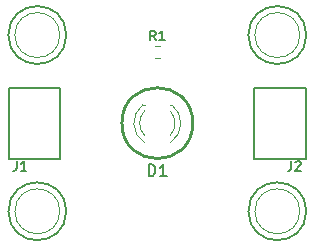
<source format=gbr>
%TF.GenerationSoftware,KiCad,Pcbnew,7.0.2-6a45011f42~172~ubuntu22.04.1*%
%TF.CreationDate,2023-09-06T17:39:41-07:00*%
%TF.ProjectId,basic_led,62617369-635f-46c6-9564-2e6b69636164,rev?*%
%TF.SameCoordinates,Original*%
%TF.FileFunction,Legend,Top*%
%TF.FilePolarity,Positive*%
%FSLAX46Y46*%
G04 Gerber Fmt 4.6, Leading zero omitted, Abs format (unit mm)*
G04 Created by KiCad (PCBNEW 7.0.2-6a45011f42~172~ubuntu22.04.1) date 2023-09-06 17:39:41*
%MOMM*%
%LPD*%
G01*
G04 APERTURE LIST*
%ADD10C,0.250000*%
%ADD11C,0.150000*%
%ADD12C,0.160000*%
%ADD13C,0.050000*%
%ADD14C,0.120000*%
G04 APERTURE END LIST*
D10*
X65700000Y-60000000D02*
G75*
G03*
X65700000Y-60000000I-3000000J0D01*
G01*
D11*
%TO.C,D1*%
X61961905Y-64482619D02*
X61961905Y-63482619D01*
X61961905Y-63482619D02*
X62200000Y-63482619D01*
X62200000Y-63482619D02*
X62342857Y-63530238D01*
X62342857Y-63530238D02*
X62438095Y-63625476D01*
X62438095Y-63625476D02*
X62485714Y-63720714D01*
X62485714Y-63720714D02*
X62533333Y-63911190D01*
X62533333Y-63911190D02*
X62533333Y-64054047D01*
X62533333Y-64054047D02*
X62485714Y-64244523D01*
X62485714Y-64244523D02*
X62438095Y-64339761D01*
X62438095Y-64339761D02*
X62342857Y-64435000D01*
X62342857Y-64435000D02*
X62200000Y-64482619D01*
X62200000Y-64482619D02*
X61961905Y-64482619D01*
X63485714Y-64482619D02*
X62914286Y-64482619D01*
X63200000Y-64482619D02*
X63200000Y-63482619D01*
X63200000Y-63482619D02*
X63104762Y-63625476D01*
X63104762Y-63625476D02*
X63009524Y-63720714D01*
X63009524Y-63720714D02*
X62914286Y-63768333D01*
D12*
%TO.C,J1*%
X50813333Y-63210095D02*
X50813333Y-63781523D01*
X50813333Y-63781523D02*
X50775238Y-63895809D01*
X50775238Y-63895809D02*
X50699047Y-63972000D01*
X50699047Y-63972000D02*
X50584762Y-64010095D01*
X50584762Y-64010095D02*
X50508571Y-64010095D01*
X51613333Y-64010095D02*
X51156190Y-64010095D01*
X51384762Y-64010095D02*
X51384762Y-63210095D01*
X51384762Y-63210095D02*
X51308571Y-63324380D01*
X51308571Y-63324380D02*
X51232381Y-63400571D01*
X51232381Y-63400571D02*
X51156190Y-63438666D01*
%TO.C,J2*%
X74053333Y-63210095D02*
X74053333Y-63781523D01*
X74053333Y-63781523D02*
X74015238Y-63895809D01*
X74015238Y-63895809D02*
X73939047Y-63972000D01*
X73939047Y-63972000D02*
X73824762Y-64010095D01*
X73824762Y-64010095D02*
X73748571Y-64010095D01*
X74396190Y-63286285D02*
X74434286Y-63248190D01*
X74434286Y-63248190D02*
X74510476Y-63210095D01*
X74510476Y-63210095D02*
X74700952Y-63210095D01*
X74700952Y-63210095D02*
X74777143Y-63248190D01*
X74777143Y-63248190D02*
X74815238Y-63286285D01*
X74815238Y-63286285D02*
X74853333Y-63362476D01*
X74853333Y-63362476D02*
X74853333Y-63438666D01*
X74853333Y-63438666D02*
X74815238Y-63552952D01*
X74815238Y-63552952D02*
X74358095Y-64010095D01*
X74358095Y-64010095D02*
X74853333Y-64010095D01*
%TO.C,R1*%
X62566667Y-52970095D02*
X62300000Y-52589142D01*
X62109524Y-52970095D02*
X62109524Y-52170095D01*
X62109524Y-52170095D02*
X62414286Y-52170095D01*
X62414286Y-52170095D02*
X62490476Y-52208190D01*
X62490476Y-52208190D02*
X62528571Y-52246285D01*
X62528571Y-52246285D02*
X62566667Y-52322476D01*
X62566667Y-52322476D02*
X62566667Y-52436761D01*
X62566667Y-52436761D02*
X62528571Y-52512952D01*
X62528571Y-52512952D02*
X62490476Y-52551047D01*
X62490476Y-52551047D02*
X62414286Y-52589142D01*
X62414286Y-52589142D02*
X62109524Y-52589142D01*
X63328571Y-52970095D02*
X62871428Y-52970095D01*
X63100000Y-52970095D02*
X63100000Y-52170095D01*
X63100000Y-52170095D02*
X63023809Y-52284380D01*
X63023809Y-52284380D02*
X62947619Y-52360571D01*
X62947619Y-52360571D02*
X62871428Y-52398666D01*
D13*
%TO.C,M1*%
X54440000Y-52540000D02*
G75*
G03*
X54440000Y-52540000I-1900000J0D01*
G01*
D11*
X54990000Y-52540000D02*
G75*
G03*
X54990000Y-52540000I-2450000J0D01*
G01*
D13*
%TO.C,M2*%
X74760000Y-52540000D02*
G75*
G03*
X74760000Y-52540000I-1900000J0D01*
G01*
D11*
X75310000Y-52540000D02*
G75*
G03*
X75310000Y-52540000I-2450000J0D01*
G01*
D13*
%TO.C,M3*%
X74760000Y-67460000D02*
G75*
G03*
X74760000Y-67460000I-1900000J0D01*
G01*
D11*
X75310000Y-67460000D02*
G75*
G03*
X75310000Y-67460000I-2450000J0D01*
G01*
D13*
%TO.C,M4*%
X54440000Y-67460000D02*
G75*
G03*
X54440000Y-67460000I-1900000J0D01*
G01*
D11*
X54990000Y-67460000D02*
G75*
G03*
X54990000Y-67460000I-2450000J0D01*
G01*
D14*
%TO.C,D1*%
X63936000Y-58440000D02*
X63780000Y-58440000D01*
X61620000Y-58440000D02*
X61464000Y-58440000D01*
X63778608Y-61672334D02*
G75*
G03*
X63935515Y-58440001I-1078608J1672334D01*
G01*
X63779836Y-61041129D02*
G75*
G03*
X63779999Y-58959040I-1079836J1041129D01*
G01*
X61620001Y-58959040D02*
G75*
G03*
X61620164Y-61041129I1079999J-1040960D01*
G01*
X61464485Y-58440001D02*
G75*
G03*
X61621392Y-61672334I1235515J-1559999D01*
G01*
D11*
%TO.C,J1*%
X54475000Y-63000000D02*
X50125000Y-63000000D01*
X50125000Y-60000000D02*
X50125000Y-63000000D01*
X50125000Y-57000000D02*
X50125000Y-60000000D01*
X50125000Y-57000000D02*
X54475000Y-57000000D01*
X54475000Y-57000000D02*
X54475000Y-63000000D01*
%TO.C,J2*%
X70925000Y-57000000D02*
X75275000Y-57000000D01*
X75275000Y-60000000D02*
X75275000Y-57000000D01*
X75275000Y-63000000D02*
X75275000Y-60000000D01*
X75275000Y-63000000D02*
X70925000Y-63000000D01*
X70925000Y-63000000D02*
X70925000Y-57000000D01*
D14*
%TO.C,R1*%
X62937258Y-54522500D02*
X62462742Y-54522500D01*
X62937258Y-53477500D02*
X62462742Y-53477500D01*
%TD*%
M02*

</source>
